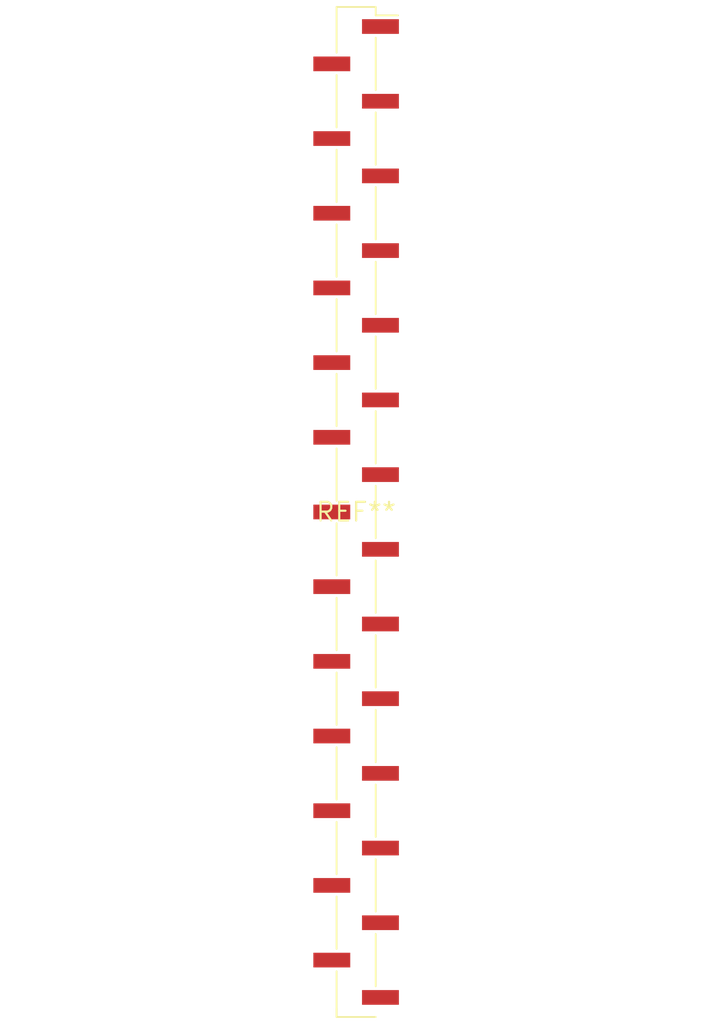
<source format=kicad_pcb>
(kicad_pcb (version 20240108) (generator pcbnew)
  (layers (0 "F.Cu" signal) (31 "B.Cu" signal) (34 "B.Paste" user) (35 "F.Paste" user) (36 "B.SilkS" user "B.Silkscreen") (37 "F.SilkS" user "F.Silkscreen") (38 "B.Mask" user) (39 "F.Mask" user) (44 "Edge.Cuts" user))
  (net 0 "")
  (footprint "PinHeader_1x27_P2.54mm_Vertical_SMD_Pin1Right" (layer "F.Cu") (at 0 0)
    (property "Reference" "REF**")
    (property "Value" "PinHeader_1x27_P2.54mm_Vertical_SMD_Pin1Right")
    (fp_line (start -1.33 -34.35) (end -1.33 -31.24) (layer "F.SilkS") (stroke (width 0.12)))
    (fp_line (start -1.33 -34.35) (end 1.33 -34.35) (layer "F.SilkS") (stroke (width 0.12)))
    (fp_line (start -1.33 -29.72) (end -1.33 -26.16) (layer "F.SilkS") (stroke (width 0.12)))
    (fp_line (start -1.33 -24.64) (end -1.33 -21.08) (layer "F.SilkS") (stroke (width 0.12)))
    (fp_line (start -1.33 -19.56) (end -1.33 -16) (layer "F.SilkS") (stroke (width 0.12)))
    (fp_line (start -1.33 -14.48) (end -1.33 -10.92) (layer "F.SilkS") (stroke (width 0.12)))
    (fp_line (start -1.33 -9.4) (end -1.33 -5.84) (layer "F.SilkS") (stroke (width 0.12)))
    (fp_line (start -1.33 -4.32) (end -1.33 -0.76) (layer "F.SilkS") (stroke (width 0.12)))
    (fp_line (start -1.33 0.76) (end -1.33 4.32) (layer "F.SilkS") (stroke (width 0.12)))
    (fp_line (start -1.33 5.84) (end -1.33 9.4) (layer "F.SilkS") (stroke (width 0.12)))
    (fp_line (start -1.33 10.92) (end -1.33 14.48) (layer "F.SilkS") (stroke (width 0.12)))
    (fp_line (start -1.33 16) (end -1.33 19.56) (layer "F.SilkS") (stroke (width 0.12)))
    (fp_line (start -1.33 21.08) (end -1.33 24.64) (layer "F.SilkS") (stroke (width 0.12)))
    (fp_line (start -1.33 26.16) (end -1.33 29.72) (layer "F.SilkS") (stroke (width 0.12)))
    (fp_line (start -1.33 31.24) (end -1.33 34.35) (layer "F.SilkS") (stroke (width 0.12)))
    (fp_line (start -1.33 33.78) (end -1.33 34.35) (layer "F.SilkS") (stroke (width 0.12)))
    (fp_line (start -1.33 34.35) (end 1.33 34.35) (layer "F.SilkS") (stroke (width 0.12)))
    (fp_line (start 1.33 -34.35) (end 1.33 -33.78) (layer "F.SilkS") (stroke (width 0.12)))
    (fp_line (start 1.33 -33.78) (end 2.85 -33.78) (layer "F.SilkS") (stroke (width 0.12)))
    (fp_line (start 1.33 -32.26) (end 1.33 -28.7) (layer "F.SilkS") (stroke (width 0.12)))
    (fp_line (start 1.33 -27.18) (end 1.33 -23.62) (layer "F.SilkS") (stroke (width 0.12)))
    (fp_line (start 1.33 -22.1) (end 1.33 -18.54) (layer "F.SilkS") (stroke (width 0.12)))
    (fp_line (start 1.33 -17.02) (end 1.33 -13.46) (layer "F.SilkS") (stroke (width 0.12)))
    (fp_line (start 1.33 -11.94) (end 1.33 -8.38) (layer "F.SilkS") (stroke (width 0.12)))
    (fp_line (start 1.33 -6.86) (end 1.33 -3.3) (layer "F.SilkS") (stroke (width 0.12)))
    (fp_line (start 1.33 -1.78) (end 1.33 1.78) (layer "F.SilkS") (stroke (width 0.12)))
    (fp_line (start 1.33 3.3) (end 1.33 6.86) (layer "F.SilkS") (stroke (width 0.12)))
    (fp_line (start 1.33 8.38) (end 1.33 11.94) (layer "F.SilkS") (stroke (width 0.12)))
    (fp_line (start 1.33 13.46) (end 1.33 17.02) (layer "F.SilkS") (stroke (width 0.12)))
    (fp_line (start 1.33 18.54) (end 1.33 22.1) (layer "F.SilkS") (stroke (width 0.12)))
    (fp_line (start 1.33 23.62) (end 1.33 27.18) (layer "F.SilkS") (stroke (width 0.12)))
    (fp_line (start 1.33 28.7) (end 1.33 32.26) (layer "F.SilkS") (stroke (width 0.12)))
    (pad "1" smd rect (at 1.655 -33.02) (size 2.51 1) (layers "F.Cu" "F.Paste" "F.Mask"))
    (pad "2" smd rect (at -1.655 -30.48) (size 2.51 1) (layers "F.Cu" "F.Paste" "F.Mask"))
    (pad "3" smd rect (at 1.655 -27.94) (size 2.51 1) (layers "F.Cu" "F.Paste" "F.Mask"))
    (pad "4" smd rect (at -1.655 -25.4) (size 2.51 1) (layers "F.Cu" "F.Paste" "F.Mask"))
    (pad "5" smd rect (at 1.655 -22.86) (size 2.51 1) (layers "F.Cu" "F.Paste" "F.Mask"))
    (pad "6" smd rect (at -1.655 -20.32) (size 2.51 1) (layers "F.Cu" "F.Paste" "F.Mask"))
    (pad "7" smd rect (at 1.655 -17.78) (size 2.51 1) (layers "F.Cu" "F.Paste" "F.Mask"))
    (pad "8" smd rect (at -1.655 -15.24) (size 2.51 1) (layers "F.Cu" "F.Paste" "F.Mask"))
    (pad "9" smd rect (at 1.655 -12.7) (size 2.51 1) (layers "F.Cu" "F.Paste" "F.Mask"))
    (pad "10" smd rect (at -1.655 -10.16) (size 2.51 1) (layers "F.Cu" "F.Paste" "F.Mask"))
    (pad "11" smd rect (at 1.655 -7.62) (size 2.51 1) (layers "F.Cu" "F.Paste" "F.Mask"))
    (pad "12" smd rect (at -1.655 -5.08) (size 2.51 1) (layers "F.Cu" "F.Paste" "F.Mask"))
    (pad "13" smd rect (at 1.655 -2.54) (size 2.51 1) (layers "F.Cu" "F.Paste" "F.Mask"))
    (pad "14" smd rect (at -1.655 0) (size 2.51 1) (layers "F.Cu" "F.Paste" "F.Mask"))
    (pad "15" smd rect (at 1.655 2.54) (size 2.51 1) (layers "F.Cu" "F.Paste" "F.Mask"))
    (pad "16" smd rect (at -1.655 5.08) (size 2.51 1) (layers "F.Cu" "F.Paste" "F.Mask"))
    (pad "17" smd rect (at 1.655 7.62) (size 2.51 1) (layers "F.Cu" "F.Paste" "F.Mask"))
    (pad "18" smd rect (at -1.655 10.16) (size 2.51 1) (layers "F.Cu" "F.Paste" "F.Mask"))
    (pad "19" smd rect (at 1.655 12.7) (size 2.51 1) (layers "F.Cu" "F.Paste" "F.Mask"))
    (pad "20" smd rect (at -1.655 15.24) (size 2.51 1) (layers "F.Cu" "F.Paste" "F.Mask"))
    (pad "21" smd rect (at 1.655 17.78) (size 2.51 1) (layers "F.Cu" "F.Paste" "F.Mask"))
    (pad "22" smd rect (at -1.655 20.32) (size 2.51 1) (layers "F.Cu" "F.Paste" "F.Mask"))
    (pad "23" smd rect (at 1.655 22.86) (size 2.51 1) (layers "F.Cu" "F.Paste" "F.Mask"))
    (pad "24" smd rect (at -1.655 25.4) (size 2.51 1) (layers "F.Cu" "F.Paste" "F.Mask"))
    (pad "25" smd rect (at 1.655 27.94) (size 2.51 1) (layers "F.Cu" "F.Paste" "F.Mask"))
    (pad "26" smd rect (at -1.655 30.48) (size 2.51 1) (layers "F.Cu" "F.Paste" "F.Mask"))
    (pad "27" smd rect (at 1.655 33.02) (size 2.51 1) (layers "F.Cu" "F.Paste" "F.Mask"))
  )
)
</source>
